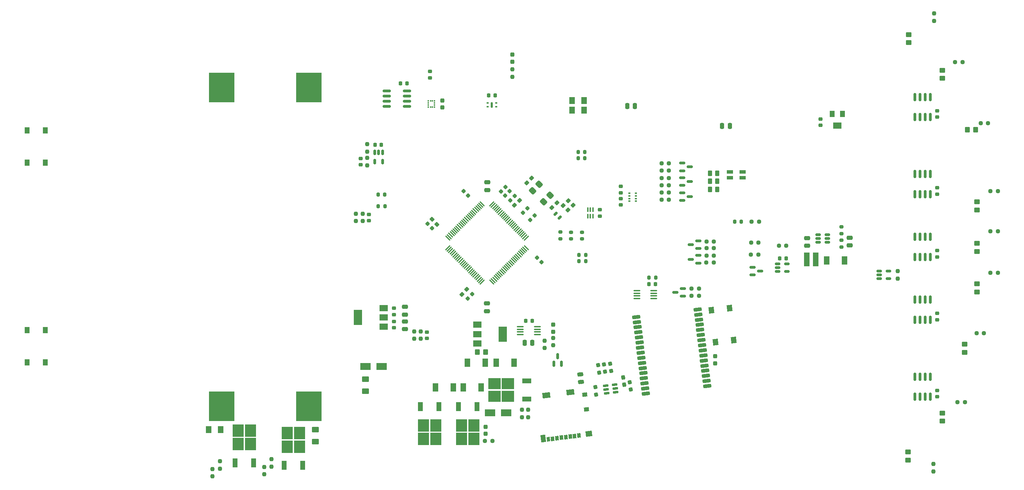
<source format=gbr>
%TF.GenerationSoftware,KiCad,Pcbnew,(6.0.2)*%
%TF.CreationDate,2022-08-16T13:23:33+02:00*%
%TF.ProjectId,BeamRider_MainBoard_v1,4265616d-5269-4646-9572-5f4d61696e42,rev?*%
%TF.SameCoordinates,Original*%
%TF.FileFunction,Paste,Top*%
%TF.FilePolarity,Positive*%
%FSLAX46Y46*%
G04 Gerber Fmt 4.6, Leading zero omitted, Abs format (unit mm)*
G04 Created by KiCad (PCBNEW (6.0.2)) date 2022-08-16 13:23:33*
%MOMM*%
%LPD*%
G01*
G04 APERTURE LIST*
G04 Aperture macros list*
%AMRoundRect*
0 Rectangle with rounded corners*
0 $1 Rounding radius*
0 $2 $3 $4 $5 $6 $7 $8 $9 X,Y pos of 4 corners*
0 Add a 4 corners polygon primitive as box body*
4,1,4,$2,$3,$4,$5,$6,$7,$8,$9,$2,$3,0*
0 Add four circle primitives for the rounded corners*
1,1,$1+$1,$2,$3*
1,1,$1+$1,$4,$5*
1,1,$1+$1,$6,$7*
1,1,$1+$1,$8,$9*
0 Add four rect primitives between the rounded corners*
20,1,$1+$1,$2,$3,$4,$5,0*
20,1,$1+$1,$4,$5,$6,$7,0*
20,1,$1+$1,$6,$7,$8,$9,0*
20,1,$1+$1,$8,$9,$2,$3,0*%
%AMRotRect*
0 Rectangle, with rotation*
0 The origin of the aperture is its center*
0 $1 length*
0 $2 width*
0 $3 Rotation angle, in degrees counterclockwise*
0 Add horizontal line*
21,1,$1,$2,0,0,$3*%
G04 Aperture macros list end*
%ADD10RoundRect,0.237500X-0.250000X-0.237500X0.250000X-0.237500X0.250000X0.237500X-0.250000X0.237500X0*%
%ADD11RoundRect,0.225000X0.017678X-0.335876X0.335876X-0.017678X-0.017678X0.335876X-0.335876X0.017678X0*%
%ADD12RoundRect,0.237500X-0.237500X0.250000X-0.237500X-0.250000X0.237500X-0.250000X0.237500X0.250000X0*%
%ADD13R,2.500000X1.800000*%
%ADD14RoundRect,0.250000X0.475000X-0.250000X0.475000X0.250000X-0.475000X0.250000X-0.475000X-0.250000X0*%
%ADD15R,1.400000X2.100000*%
%ADD16RoundRect,0.250000X0.250000X0.475000X-0.250000X0.475000X-0.250000X-0.475000X0.250000X-0.475000X0*%
%ADD17RoundRect,0.200000X0.200000X0.275000X-0.200000X0.275000X-0.200000X-0.275000X0.200000X-0.275000X0*%
%ADD18RoundRect,0.250000X-0.475000X0.250000X-0.475000X-0.250000X0.475000X-0.250000X0.475000X0.250000X0*%
%ADD19RoundRect,0.150000X0.587500X0.150000X-0.587500X0.150000X-0.587500X-0.150000X0.587500X-0.150000X0*%
%ADD20RoundRect,0.150000X-0.150000X0.825000X-0.150000X-0.825000X0.150000X-0.825000X0.150000X0.825000X0*%
%ADD21RoundRect,0.200000X-0.200000X-0.275000X0.200000X-0.275000X0.200000X0.275000X-0.200000X0.275000X0*%
%ADD22RoundRect,0.237500X-0.237500X0.287500X-0.237500X-0.287500X0.237500X-0.287500X0.237500X0.287500X0*%
%ADD23RoundRect,0.250000X-0.350000X-0.450000X0.350000X-0.450000X0.350000X0.450000X-0.350000X0.450000X0*%
%ADD24R,2.750000X3.050000*%
%ADD25R,1.200000X2.200000*%
%ADD26RoundRect,0.100000X-0.712500X-0.100000X0.712500X-0.100000X0.712500X0.100000X-0.712500X0.100000X0*%
%ADD27RoundRect,0.250000X0.450000X-0.350000X0.450000X0.350000X-0.450000X0.350000X-0.450000X-0.350000X0*%
%ADD28RoundRect,0.237500X0.044194X0.380070X-0.380070X-0.044194X-0.044194X-0.380070X0.380070X0.044194X0*%
%ADD29RoundRect,0.237500X-0.272291X0.268820X-0.199169X-0.326708X0.272291X-0.268820X0.199169X0.326708X0*%
%ADD30RoundRect,0.250001X-0.624999X0.462499X-0.624999X-0.462499X0.624999X-0.462499X0.624999X0.462499X0*%
%ADD31RoundRect,0.087500X0.187500X0.087500X-0.187500X0.087500X-0.187500X-0.087500X0.187500X-0.087500X0*%
%ADD32RoundRect,0.087500X-0.187500X-0.087500X0.187500X-0.087500X0.187500X0.087500X-0.187500X0.087500X0*%
%ADD33RoundRect,0.125000X-0.125000X-0.575000X0.125000X-0.575000X0.125000X0.575000X-0.125000X0.575000X0*%
%ADD34RoundRect,0.225000X0.225000X0.250000X-0.225000X0.250000X-0.225000X-0.250000X0.225000X-0.250000X0*%
%ADD35RoundRect,0.250000X-0.250000X-0.475000X0.250000X-0.475000X0.250000X0.475000X-0.250000X0.475000X0*%
%ADD36RoundRect,0.237500X0.266197X-0.219193X0.205262X0.277081X-0.266197X0.219193X-0.205262X-0.277081X0*%
%ADD37RoundRect,0.250000X-0.450000X0.350000X-0.450000X-0.350000X0.450000X-0.350000X0.450000X0.350000X0*%
%ADD38RoundRect,0.200000X-0.275000X0.200000X-0.275000X-0.200000X0.275000X-0.200000X0.275000X0.200000X0*%
%ADD39RoundRect,0.250000X-0.262500X-0.450000X0.262500X-0.450000X0.262500X0.450000X-0.262500X0.450000X0*%
%ADD40RoundRect,0.237500X-0.237500X0.300000X-0.237500X-0.300000X0.237500X-0.300000X0.237500X0.300000X0*%
%ADD41RoundRect,0.225000X-0.250000X0.225000X-0.250000X-0.225000X0.250000X-0.225000X0.250000X0.225000X0*%
%ADD42RoundRect,0.200000X0.275000X-0.200000X0.275000X0.200000X-0.275000X0.200000X-0.275000X-0.200000X0*%
%ADD43RoundRect,0.250001X0.462499X0.624999X-0.462499X0.624999X-0.462499X-0.624999X0.462499X-0.624999X0*%
%ADD44RoundRect,0.350000X0.565685X-0.070711X-0.070711X0.565685X-0.565685X0.070711X0.070711X-0.565685X0*%
%ADD45RoundRect,0.237500X0.250000X0.237500X-0.250000X0.237500X-0.250000X-0.237500X0.250000X-0.237500X0*%
%ADD46RoundRect,0.237500X0.237500X-0.300000X0.237500X0.300000X-0.237500X0.300000X-0.237500X-0.300000X0*%
%ADD47RoundRect,0.237500X0.237500X-0.250000X0.237500X0.250000X-0.237500X0.250000X-0.237500X-0.250000X0*%
%ADD48RoundRect,0.225000X0.250000X-0.225000X0.250000X0.225000X-0.250000X0.225000X-0.250000X-0.225000X0*%
%ADD49R,1.300000X1.550000*%
%ADD50RoundRect,0.150000X-0.512500X-0.150000X0.512500X-0.150000X0.512500X0.150000X-0.512500X0.150000X0*%
%ADD51RoundRect,0.237500X-0.044194X-0.380070X0.380070X0.044194X0.044194X0.380070X-0.380070X-0.044194X0*%
%ADD52R,1.300000X1.600000*%
%ADD53R,2.000000X1.600000*%
%ADD54RoundRect,0.237500X-0.380070X0.044194X0.044194X-0.380070X0.380070X-0.044194X-0.044194X0.380070X0*%
%ADD55R,2.000000X1.500000*%
%ADD56R,2.000000X3.800000*%
%ADD57RotRect,0.850000X1.100000X187.000000*%
%ADD58RotRect,0.750000X1.100000X187.000000*%
%ADD59RotRect,1.200000X1.000000X187.000000*%
%ADD60RotRect,1.170000X1.800000X187.000000*%
%ADD61RotRect,1.900000X1.350000X187.000000*%
%ADD62RotRect,1.550000X1.350000X187.000000*%
%ADD63R,0.500000X0.350000*%
%ADD64RoundRect,0.225000X-0.335876X-0.017678X-0.017678X-0.335876X0.335876X0.017678X0.017678X0.335876X0*%
%ADD65R,1.350000X3.400000*%
%ADD66RoundRect,0.150000X-0.388909X-0.176777X-0.176777X-0.388909X0.388909X0.176777X0.176777X0.388909X0*%
%ADD67RoundRect,0.225000X-0.225000X-0.250000X0.225000X-0.250000X0.225000X0.250000X-0.225000X0.250000X0*%
%ADD68RoundRect,0.225000X-0.017678X0.335876X-0.335876X0.017678X0.017678X-0.335876X0.335876X-0.017678X0*%
%ADD69RoundRect,0.150000X-0.150000X0.512500X-0.150000X-0.512500X0.150000X-0.512500X0.150000X0.512500X0*%
%ADD70RoundRect,0.225000X0.741803X0.317772X-0.796644X0.128874X-0.741803X-0.317772X0.796644X-0.128874X0*%
%ADD71RoundRect,0.225000X0.335876X0.017678X0.017678X0.335876X-0.335876X-0.017678X-0.017678X-0.335876X0*%
%ADD72R,6.350000X7.340000*%
%ADD73RoundRect,0.150000X-0.490400X-0.211340X0.526960X-0.086424X0.490400X0.211340X-0.526960X0.086424X0*%
%ADD74RoundRect,0.150000X-0.587500X-0.150000X0.587500X-0.150000X0.587500X0.150000X-0.587500X0.150000X0*%
%ADD75RoundRect,0.237500X-0.266197X0.219193X-0.205262X-0.277081X0.266197X-0.219193X0.205262X0.277081X0*%
%ADD76R,0.375000X0.350000*%
%ADD77R,0.350000X0.375000*%
%ADD78RoundRect,0.250001X-0.462499X-0.624999X0.462499X-0.624999X0.462499X0.624999X-0.462499X0.624999X0*%
%ADD79RoundRect,0.150000X0.150000X-0.587500X0.150000X0.587500X-0.150000X0.587500X-0.150000X-0.587500X0*%
%ADD80RoundRect,0.250000X-0.501927X0.190249X-0.440992X-0.306024X0.501927X-0.190249X0.440992X0.306024X0*%
%ADD81RoundRect,0.150000X0.512500X0.150000X-0.512500X0.150000X-0.512500X-0.150000X0.512500X-0.150000X0*%
%ADD82RoundRect,0.075000X0.075000X-0.512500X0.075000X0.512500X-0.075000X0.512500X-0.075000X-0.512500X0*%
%ADD83R,3.050000X2.750000*%
%ADD84R,2.200000X1.200000*%
%ADD85RoundRect,0.075000X0.459619X0.565685X-0.565685X-0.459619X-0.459619X-0.565685X0.565685X0.459619X0*%
%ADD86RoundRect,0.075000X-0.459619X0.565685X-0.565685X0.459619X0.459619X-0.565685X0.565685X-0.459619X0*%
%ADD87RotRect,1.550000X1.300000X97.000000*%
%ADD88RoundRect,0.150000X-0.825000X-0.150000X0.825000X-0.150000X0.825000X0.150000X-0.825000X0.150000X0*%
%ADD89R,1.500000X0.900000*%
G04 APERTURE END LIST*
D10*
%TO.C,R90*%
X252987500Y-36900000D03*
X254812500Y-36900000D03*
%TD*%
D11*
%TO.C,C57*%
X143251992Y-71048008D03*
X144348008Y-69951992D03*
%TD*%
D12*
%TO.C,R20*%
X107910000Y-57145000D03*
X107910000Y-58970000D03*
%TD*%
D13*
%TO.C,D5*%
X107500000Y-112000000D03*
X111500000Y-112000000D03*
%TD*%
D14*
%TO.C,C34*%
X227000000Y-82150000D03*
X227000000Y-80250000D03*
%TD*%
D10*
%TO.C,R96*%
X202587500Y-84400000D03*
X204412500Y-84400000D03*
%TD*%
D12*
%TO.C,R120*%
X143760000Y-38695000D03*
X143760000Y-40520000D03*
%TD*%
D15*
%TO.C,D9*%
X131600000Y-117200000D03*
X136000000Y-117200000D03*
%TD*%
D16*
%TO.C,C64*%
X174000000Y-47700000D03*
X172100000Y-47700000D03*
%TD*%
D17*
%TO.C,R1*%
X179125000Y-90100000D03*
X177475000Y-90100000D03*
%TD*%
D18*
%TO.C,C32*%
X216500000Y-80300000D03*
X216500000Y-82200000D03*
%TD*%
D19*
%TO.C,Q11*%
X189637500Y-86500000D03*
X189637500Y-84600000D03*
X187762500Y-85550000D03*
%TD*%
D15*
%TO.C,D8*%
X137050000Y-111050000D03*
X132650000Y-111050000D03*
%TD*%
D10*
%TO.C,R80*%
X261687500Y-88900000D03*
X263512500Y-88900000D03*
%TD*%
D20*
%TO.C,U19*%
X246905000Y-64525000D03*
X245635000Y-64525000D03*
X244365000Y-64525000D03*
X243095000Y-64525000D03*
X243095000Y-69475000D03*
X244365000Y-69475000D03*
X245635000Y-69475000D03*
X246905000Y-69475000D03*
%TD*%
D21*
%TO.C,R107*%
X159975000Y-59100000D03*
X161625000Y-59100000D03*
%TD*%
D19*
%TO.C,Q10*%
X185837500Y-94650000D03*
X185837500Y-92750000D03*
X183962500Y-93700000D03*
%TD*%
D22*
%TO.C,D6*%
X153800000Y-101675000D03*
X153800000Y-103425000D03*
%TD*%
D20*
%TO.C,U16*%
X246905000Y-80025000D03*
X245635000Y-80025000D03*
X244365000Y-80025000D03*
X243095000Y-80025000D03*
X243095000Y-84975000D03*
X244365000Y-84975000D03*
X245635000Y-84975000D03*
X246905000Y-84975000D03*
%TD*%
D23*
%TO.C,R85*%
X256000000Y-53600000D03*
X258000000Y-53600000D03*
%TD*%
D24*
%TO.C,Q3*%
X121775000Y-126525000D03*
X124825000Y-126525000D03*
X124825000Y-129875000D03*
X121775000Y-129875000D03*
D25*
X125580000Y-121900000D03*
X121020000Y-121900000D03*
%TD*%
D10*
%TO.C,R82*%
X261687500Y-68700000D03*
X263512500Y-68700000D03*
%TD*%
D24*
%TO.C,Q1*%
X91225000Y-128425000D03*
X88175000Y-128425000D03*
X88175000Y-131775000D03*
X91225000Y-131775000D03*
D25*
X87420000Y-136400000D03*
X91980000Y-136400000D03*
%TD*%
D12*
%TO.C,R2*%
X84300000Y-134887500D03*
X84300000Y-136712500D03*
%TD*%
D26*
%TO.C,U13*%
X145687500Y-102175000D03*
X145687500Y-102825000D03*
X145687500Y-103475000D03*
X145687500Y-104125000D03*
X149912500Y-104125000D03*
X149912500Y-103475000D03*
X149912500Y-102825000D03*
X149912500Y-102175000D03*
%TD*%
D20*
%TO.C,U17*%
X246905000Y-95525000D03*
X245635000Y-95525000D03*
X244365000Y-95525000D03*
X243095000Y-95525000D03*
X243095000Y-100475000D03*
X244365000Y-100475000D03*
X245635000Y-100475000D03*
X246905000Y-100475000D03*
%TD*%
D12*
%TO.C,R19*%
X147600000Y-122675000D03*
X147600000Y-124500000D03*
%TD*%
D27*
%TO.C,R89*%
X249800000Y-40900000D03*
X249800000Y-38900000D03*
%TD*%
D28*
%TO.C,C17*%
X148509880Y-65490120D03*
X147290120Y-66709880D03*
%TD*%
D18*
%TO.C,C61*%
X137500000Y-96450000D03*
X137500000Y-98350000D03*
%TD*%
D29*
%TO.C,C12*%
X171094888Y-114743929D03*
X171305112Y-116456071D03*
%TD*%
D30*
%TO.C,F3*%
X107500000Y-115112500D03*
X107500000Y-118087500D03*
%TD*%
D10*
%TO.C,R95*%
X202637500Y-81400000D03*
X204462500Y-81400000D03*
%TD*%
D31*
%TO.C,U24*%
X139725000Y-47950000D03*
X139725000Y-46950000D03*
D32*
X137675000Y-46950000D03*
X137675000Y-47950000D03*
D33*
X138700000Y-47450000D03*
%TD*%
D34*
%TO.C,C36*%
X139475000Y-45100000D03*
X137925000Y-45100000D03*
%TD*%
D17*
%TO.C,R104*%
X200225000Y-76250000D03*
X198575000Y-76250000D03*
%TD*%
D35*
%TO.C,C10*%
X146750000Y-106150000D03*
X148650000Y-106150000D03*
%TD*%
D36*
%TO.C,R25*%
X166606971Y-113289177D03*
X166384559Y-111477781D03*
%TD*%
D37*
%TO.C,R91*%
X241400000Y-133100000D03*
X241400000Y-135100000D03*
%TD*%
D38*
%TO.C,R98*%
X158250000Y-78875000D03*
X158250000Y-80525000D03*
%TD*%
D12*
%TO.C,R4*%
X82500000Y-136787500D03*
X82500000Y-138612500D03*
%TD*%
D39*
%TO.C,R69*%
X192487500Y-68300000D03*
X194312500Y-68300000D03*
%TD*%
D40*
%TO.C,C63*%
X193800000Y-109500000D03*
X193800000Y-111225000D03*
%TD*%
D27*
%TO.C,R77*%
X258400000Y-83600000D03*
X258400000Y-81600000D03*
%TD*%
D41*
%TO.C,C38*%
X170500000Y-67575000D03*
X170500000Y-69125000D03*
%TD*%
D42*
%TO.C,R106*%
X224900000Y-79225000D03*
X224900000Y-77575000D03*
%TD*%
D43*
%TO.C,F4*%
X161437500Y-46400000D03*
X158462500Y-46400000D03*
%TD*%
D11*
%TO.C,C59*%
X148151992Y-75848008D03*
X149248008Y-74751992D03*
%TD*%
D10*
%TO.C,R70*%
X180537500Y-69060000D03*
X182362500Y-69060000D03*
%TD*%
D17*
%TO.C,R101*%
X161825000Y-84450000D03*
X160175000Y-84450000D03*
%TD*%
D10*
%TO.C,R99*%
X209487500Y-82200000D03*
X211312500Y-82200000D03*
%TD*%
D44*
%TO.C,Y1*%
X148743325Y-68669670D03*
X151430331Y-71356676D03*
X153056676Y-69730330D03*
X150369671Y-67043324D03*
%TD*%
D13*
%TO.C,D11*%
X142200000Y-123400000D03*
X138200000Y-123400000D03*
%TD*%
D45*
%TO.C,R62*%
X193462500Y-82800000D03*
X191637500Y-82800000D03*
%TD*%
D46*
%TO.C,C39*%
X126450000Y-48112500D03*
X126450000Y-46387500D03*
%TD*%
D47*
%TO.C,R15*%
X151700000Y-107462500D03*
X151700000Y-105637500D03*
%TD*%
D34*
%TO.C,C9*%
X148625000Y-100750000D03*
X147075000Y-100750000D03*
%TD*%
D47*
%TO.C,R76*%
X238800000Y-90312500D03*
X238800000Y-88487500D03*
%TD*%
D48*
%TO.C,C29*%
X248600000Y-50475000D03*
X248600000Y-48925000D03*
%TD*%
D49*
%TO.C,SW3*%
X28500000Y-103025000D03*
X28500000Y-110975000D03*
X24000000Y-110975000D03*
X24000000Y-103025000D03*
%TD*%
D10*
%TO.C,R66*%
X180537500Y-67270000D03*
X182362500Y-67270000D03*
%TD*%
D27*
%TO.C,R81*%
X258400000Y-73400000D03*
X258400000Y-71400000D03*
%TD*%
D39*
%TO.C,R67*%
X192487500Y-64300000D03*
X194312500Y-64300000D03*
%TD*%
D50*
%TO.C,U21*%
X209212500Y-86650000D03*
X209212500Y-87600000D03*
X209212500Y-88550000D03*
X211487500Y-88550000D03*
X211487500Y-86650000D03*
%TD*%
D21*
%TO.C,R119*%
X110625000Y-69550000D03*
X112275000Y-69550000D03*
%TD*%
D51*
%TO.C,C23*%
X156290120Y-72309880D03*
X157509880Y-71090120D03*
%TD*%
D52*
%TO.C,RV1*%
X225150000Y-49650000D03*
D53*
X223900000Y-52550000D03*
D52*
X222650000Y-49650000D03*
%TD*%
D15*
%TO.C,D10*%
X139750000Y-111050000D03*
X144150000Y-111050000D03*
%TD*%
D51*
%TO.C,C1*%
X144290120Y-72209880D03*
X145509880Y-70990120D03*
%TD*%
D48*
%TO.C,C28*%
X248600000Y-69475000D03*
X248600000Y-67925000D03*
%TD*%
D51*
%TO.C,C22*%
X157490120Y-73409880D03*
X158709880Y-72190120D03*
%TD*%
D45*
%TO.C,R59*%
X193462500Y-81150000D03*
X191637500Y-81150000D03*
%TD*%
D19*
%TO.C,Q12*%
X189637500Y-82900000D03*
X189637500Y-81000000D03*
X187762500Y-81950000D03*
%TD*%
D12*
%TO.C,R17*%
X146100000Y-122675000D03*
X146100000Y-124500000D03*
%TD*%
D54*
%TO.C,C18*%
X123890120Y-75690120D03*
X125109880Y-76909880D03*
%TD*%
D48*
%TO.C,C27*%
X248600000Y-119475000D03*
X248600000Y-117925000D03*
%TD*%
D10*
%TO.C,R86*%
X259287500Y-52000000D03*
X261112500Y-52000000D03*
%TD*%
%TO.C,R78*%
X261687500Y-78600000D03*
X263512500Y-78600000D03*
%TD*%
D55*
%TO.C,U12*%
X111950000Y-102200000D03*
X111950000Y-99900000D03*
X111950000Y-97600000D03*
D56*
X105650000Y-99900000D03*
%TD*%
D48*
%TO.C,C35*%
X165350000Y-74875000D03*
X165350000Y-73325000D03*
%TD*%
D57*
%TO.C,J7*%
X160196044Y-129030972D03*
X159104243Y-129165028D03*
X158012442Y-129299085D03*
X156920641Y-129433141D03*
X155828841Y-129567197D03*
X154737040Y-129701254D03*
X153645239Y-129835310D03*
D58*
X152603066Y-129963273D03*
D59*
X162061906Y-122605688D03*
X161610990Y-118933267D03*
D60*
X151359431Y-129763343D03*
D61*
X152092755Y-119119637D03*
X158018256Y-118392077D03*
D62*
X162622474Y-128607105D03*
%TD*%
D48*
%TO.C,C6*%
X114500000Y-102475000D03*
X114500000Y-100925000D03*
%TD*%
D63*
%TO.C,U25*%
X174250000Y-69275000D03*
X174250000Y-69925000D03*
X174250000Y-70575000D03*
X174250000Y-71225000D03*
X172650000Y-71225000D03*
X172650000Y-70575000D03*
X172650000Y-69925000D03*
X172650000Y-69275000D03*
%TD*%
D64*
%TO.C,C21*%
X149851992Y-85151992D03*
X150948008Y-86248008D03*
%TD*%
D27*
%TO.C,R93*%
X241500000Y-32100000D03*
X241500000Y-30100000D03*
%TD*%
D55*
%TO.C,Q6*%
X135100000Y-101700000D03*
X135100000Y-104000000D03*
D56*
X141400000Y-104000000D03*
D55*
X135100000Y-106300000D03*
%TD*%
D10*
%TO.C,R71*%
X180537500Y-70850000D03*
X182362500Y-70850000D03*
%TD*%
D38*
%TO.C,R100*%
X155600000Y-78825000D03*
X155600000Y-80475000D03*
%TD*%
D17*
%TO.C,R102*%
X161825000Y-86050000D03*
X160175000Y-86050000D03*
%TD*%
D65*
%TO.C,L1*%
X216425000Y-85600000D03*
X218575000Y-85600000D03*
%TD*%
D45*
%TO.C,R58*%
X193462500Y-84650000D03*
X191637500Y-84650000D03*
%TD*%
D24*
%TO.C,Q2*%
X79125000Y-131175000D03*
X79125000Y-127825000D03*
X76075000Y-131175000D03*
X76075000Y-127825000D03*
D25*
X75320000Y-135800000D03*
X79880000Y-135800000D03*
%TD*%
D66*
%TO.C,Y2*%
X155394975Y-75294975D03*
X154405026Y-74305026D03*
%TD*%
D51*
%TO.C,C19*%
X131290120Y-94209880D03*
X132509880Y-92990120D03*
%TD*%
D48*
%TO.C,C37*%
X170500000Y-72125000D03*
X170500000Y-70575000D03*
%TD*%
D67*
%TO.C,C2*%
X116175000Y-42150000D03*
X117725000Y-42150000D03*
%TD*%
D43*
%TO.C,F5*%
X161437500Y-48750000D03*
X158462500Y-48750000D03*
%TD*%
D12*
%TO.C,R5*%
X69700000Y-137287500D03*
X69700000Y-139112500D03*
%TD*%
D14*
%TO.C,C5*%
X117200000Y-102800000D03*
X117200000Y-100900000D03*
%TD*%
D10*
%TO.C,R63*%
X180537500Y-61900000D03*
X182362500Y-61900000D03*
%TD*%
D41*
%TO.C,C11*%
X106360000Y-60682500D03*
X106360000Y-62232500D03*
%TD*%
D27*
%TO.C,R87*%
X249800000Y-125500000D03*
X249800000Y-123500000D03*
%TD*%
D10*
%TO.C,R84*%
X258287500Y-103800000D03*
X260112500Y-103800000D03*
%TD*%
D68*
%TO.C,C53*%
X133848008Y-94151992D03*
X132751992Y-95248008D03*
%TD*%
D39*
%TO.C,R68*%
X192487500Y-66300000D03*
X194312500Y-66300000D03*
%TD*%
D21*
%TO.C,R118*%
X110675000Y-72450000D03*
X112325000Y-72450000D03*
%TD*%
D47*
%TO.C,R94*%
X247800000Y-26712500D03*
X247800000Y-24887500D03*
%TD*%
D41*
%TO.C,C33*%
X123400000Y-39225000D03*
X123400000Y-40775000D03*
%TD*%
D69*
%TO.C,U14*%
X111700000Y-59162500D03*
X110750000Y-59162500D03*
X109800000Y-59162500D03*
X109800000Y-61437500D03*
X111700000Y-61437500D03*
%TD*%
D41*
%TO.C,C14*%
X122650000Y-103525000D03*
X122650000Y-105075000D03*
%TD*%
D23*
%TO.C,R13*%
X135100000Y-108450000D03*
X137100000Y-108450000D03*
%TD*%
D70*
%TO.C,U31*%
X191791846Y-116834557D03*
X191637072Y-115574024D03*
X191482298Y-114313490D03*
X191327524Y-113052956D03*
X191172750Y-111792423D03*
X191017976Y-110531889D03*
X190863202Y-109271356D03*
X190708428Y-108010822D03*
X190553654Y-106750288D03*
X190398879Y-105489755D03*
X190244105Y-104229221D03*
X190089331Y-102968688D03*
X189934557Y-101708154D03*
X189779783Y-100447620D03*
X189625009Y-99187087D03*
X189470235Y-97926553D03*
X174343832Y-99783842D03*
X174498606Y-101044375D03*
X174653380Y-102304909D03*
X174808154Y-103565443D03*
X174962928Y-104825976D03*
X175117702Y-106086510D03*
X175272476Y-107347044D03*
X175427250Y-108607577D03*
X175582024Y-109868111D03*
X175736798Y-111128644D03*
X175891572Y-112389178D03*
X176046346Y-113649712D03*
X176201121Y-114910245D03*
X176355895Y-116170779D03*
X176510669Y-117431312D03*
X176665443Y-118691846D03*
%TD*%
D71*
%TO.C,C54*%
X123948008Y-77848008D03*
X122851992Y-76751992D03*
%TD*%
D72*
%TO.C,BT2*%
X72000000Y-121830000D03*
X72000000Y-43170000D03*
%TD*%
D41*
%TO.C,C7*%
X114500000Y-97625000D03*
X114500000Y-99175000D03*
%TD*%
D49*
%TO.C,SW4*%
X28500000Y-61725000D03*
X28500000Y-53775000D03*
X24000000Y-53775000D03*
X24000000Y-61725000D03*
%TD*%
D48*
%TO.C,C26*%
X248600000Y-100450000D03*
X248600000Y-98900000D03*
%TD*%
D73*
%TO.C,D12*%
X166754470Y-116746976D03*
X166870246Y-117689894D03*
X166986022Y-118632813D03*
X169244064Y-118355560D03*
X169128288Y-117412642D03*
X169012512Y-116469723D03*
%TD*%
D22*
%TO.C,D24*%
X143750000Y-35050000D03*
X143750000Y-36800000D03*
%TD*%
D71*
%TO.C,C55*%
X132848008Y-69848008D03*
X131751992Y-68751992D03*
%TD*%
D74*
%TO.C,Q15*%
X185612500Y-69150000D03*
X185612500Y-71050000D03*
X187487500Y-70100000D03*
%TD*%
%TO.C,Q14*%
X185612500Y-65400000D03*
X185612500Y-67300000D03*
X187487500Y-66350000D03*
%TD*%
D75*
%TO.C,R23*%
X172688794Y-115894302D03*
X172911206Y-117705698D03*
%TD*%
D15*
%TO.C,D23*%
X225700000Y-85800000D03*
X221300000Y-85800000D03*
%TD*%
D76*
%TO.C,U26*%
X123037500Y-46500000D03*
X123037500Y-47000000D03*
X123037500Y-47500000D03*
X123037500Y-48000000D03*
D77*
X123550000Y-48012500D03*
X124050000Y-48012500D03*
D76*
X124562500Y-48000000D03*
X124562500Y-47500000D03*
X124562500Y-47000000D03*
X124562500Y-46500000D03*
D77*
X124050000Y-46487500D03*
X123550000Y-46487500D03*
%TD*%
D51*
%TO.C,C16*%
X153490120Y-72809880D03*
X154709880Y-71590120D03*
%TD*%
D21*
%TO.C,R108*%
X159975000Y-60650000D03*
X161625000Y-60650000D03*
%TD*%
D38*
%TO.C,R97*%
X160950000Y-78875000D03*
X160950000Y-80525000D03*
%TD*%
D78*
%TO.C,F2*%
X68812500Y-127600000D03*
X71787500Y-127600000D03*
%TD*%
D47*
%TO.C,R73*%
X105150000Y-76112500D03*
X105150000Y-74287500D03*
%TD*%
D67*
%TO.C,C13*%
X109885000Y-57270000D03*
X111435000Y-57270000D03*
%TD*%
D12*
%TO.C,R92*%
X247600000Y-136087500D03*
X247600000Y-137912500D03*
%TD*%
D18*
%TO.C,C8*%
X117200000Y-97300000D03*
X117200000Y-99200000D03*
%TD*%
D11*
%TO.C,C56*%
X140951992Y-68848008D03*
X142048008Y-67751992D03*
%TD*%
D26*
%TO.C,U10*%
X174437500Y-93275000D03*
X174437500Y-93925000D03*
X174437500Y-94575000D03*
X174437500Y-95225000D03*
X178662500Y-95225000D03*
X178662500Y-94575000D03*
X178662500Y-93925000D03*
X178662500Y-93275000D03*
%TD*%
D10*
%TO.C,R65*%
X180537500Y-65480000D03*
X182362500Y-65480000D03*
%TD*%
D79*
%TO.C,Q5*%
X153950000Y-111337500D03*
X155850000Y-111337500D03*
X154900000Y-109462500D03*
%TD*%
D48*
%TO.C,C24*%
X219800000Y-52475000D03*
X219800000Y-50925000D03*
%TD*%
D12*
%TO.C,R3*%
X71600000Y-135387500D03*
X71600000Y-137212500D03*
%TD*%
D80*
%TO.C,C62*%
X160484224Y-113957081D03*
X160715776Y-115842919D03*
%TD*%
D48*
%TO.C,C15*%
X108350000Y-76025000D03*
X108350000Y-74475000D03*
%TD*%
D27*
%TO.C,R79*%
X258400000Y-93600000D03*
X258400000Y-91600000D03*
%TD*%
D42*
%TO.C,R105*%
X224900000Y-82525000D03*
X224900000Y-80875000D03*
%TD*%
D12*
%TO.C,R75*%
X106850000Y-74287500D03*
X106850000Y-76112500D03*
%TD*%
D10*
%TO.C,R88*%
X253587500Y-120800000D03*
X255412500Y-120800000D03*
%TD*%
D81*
%TO.C,U22*%
X221437500Y-81350000D03*
X221437500Y-80400000D03*
X221437500Y-79450000D03*
X219162500Y-79450000D03*
X219162500Y-80400000D03*
X219162500Y-81350000D03*
%TD*%
D27*
%TO.C,R83*%
X255300000Y-108500000D03*
X255300000Y-106500000D03*
%TD*%
D30*
%TO.C,F1*%
X95150000Y-127562500D03*
X95150000Y-130537500D03*
%TD*%
D82*
%TO.C,U23*%
X162350000Y-74887500D03*
X163000000Y-74887500D03*
X163650000Y-74887500D03*
X163650000Y-73312500D03*
X163000000Y-73312500D03*
X162350000Y-73312500D03*
%TD*%
D20*
%TO.C,U20*%
X246905000Y-45525000D03*
X245635000Y-45525000D03*
X244365000Y-45525000D03*
X243095000Y-45525000D03*
X243095000Y-50475000D03*
X244365000Y-50475000D03*
X245635000Y-50475000D03*
X246905000Y-50475000D03*
%TD*%
D10*
%TO.C,R64*%
X180537500Y-63690000D03*
X182362500Y-63690000D03*
%TD*%
D36*
%TO.C,R24*%
X168097314Y-113118780D03*
X167874902Y-111307384D03*
%TD*%
D45*
%TO.C,R8*%
X138812500Y-130400000D03*
X136987500Y-130400000D03*
%TD*%
D34*
%TO.C,C30*%
X211275000Y-85350000D03*
X209725000Y-85350000D03*
%TD*%
D12*
%TO.C,R21*%
X107910000Y-60545000D03*
X107910000Y-62370000D03*
%TD*%
D83*
%TO.C,Q9*%
X139325000Y-116275000D03*
X139325000Y-119325000D03*
X142675000Y-116275000D03*
X142675000Y-119325000D03*
D84*
X147300000Y-120080000D03*
X147300000Y-115520000D03*
%TD*%
D74*
%TO.C,Q16*%
X203012500Y-87500000D03*
X203012500Y-89400000D03*
X204887500Y-88450000D03*
%TD*%
D48*
%TO.C,C25*%
X248600000Y-84975000D03*
X248600000Y-83425000D03*
%TD*%
D85*
%TO.C,MCU1*%
X147169685Y-80315596D03*
X146816132Y-79962043D03*
X146462578Y-79608489D03*
X146109025Y-79254936D03*
X145755472Y-78901383D03*
X145401918Y-78547829D03*
X145048365Y-78194276D03*
X144694811Y-77840722D03*
X144341258Y-77487169D03*
X143987705Y-77133616D03*
X143634151Y-76780062D03*
X143280598Y-76426509D03*
X142927045Y-76072955D03*
X142573491Y-75719402D03*
X142219938Y-75365849D03*
X141866384Y-75012295D03*
X141512831Y-74658742D03*
X141159278Y-74305189D03*
X140805724Y-73951635D03*
X140452171Y-73598082D03*
X140098617Y-73244528D03*
X139745064Y-72890975D03*
X139391511Y-72537422D03*
X139037957Y-72183868D03*
X138684404Y-71830315D03*
D86*
X136315596Y-71830315D03*
X135962043Y-72183868D03*
X135608489Y-72537422D03*
X135254936Y-72890975D03*
X134901383Y-73244528D03*
X134547829Y-73598082D03*
X134194276Y-73951635D03*
X133840722Y-74305189D03*
X133487169Y-74658742D03*
X133133616Y-75012295D03*
X132780062Y-75365849D03*
X132426509Y-75719402D03*
X132072955Y-76072955D03*
X131719402Y-76426509D03*
X131365849Y-76780062D03*
X131012295Y-77133616D03*
X130658742Y-77487169D03*
X130305189Y-77840722D03*
X129951635Y-78194276D03*
X129598082Y-78547829D03*
X129244528Y-78901383D03*
X128890975Y-79254936D03*
X128537422Y-79608489D03*
X128183868Y-79962043D03*
X127830315Y-80315596D03*
D85*
X127830315Y-82684404D03*
X128183868Y-83037957D03*
X128537422Y-83391511D03*
X128890975Y-83745064D03*
X129244528Y-84098617D03*
X129598082Y-84452171D03*
X129951635Y-84805724D03*
X130305189Y-85159278D03*
X130658742Y-85512831D03*
X131012295Y-85866384D03*
X131365849Y-86219938D03*
X131719402Y-86573491D03*
X132072955Y-86927045D03*
X132426509Y-87280598D03*
X132780062Y-87634151D03*
X133133616Y-87987705D03*
X133487169Y-88341258D03*
X133840722Y-88694811D03*
X134194276Y-89048365D03*
X134547829Y-89401918D03*
X134901383Y-89755472D03*
X135254936Y-90109025D03*
X135608489Y-90462578D03*
X135962043Y-90816132D03*
X136315596Y-91169685D03*
D86*
X138684404Y-91169685D03*
X139037957Y-90816132D03*
X139391511Y-90462578D03*
X139745064Y-90109025D03*
X140098617Y-89755472D03*
X140452171Y-89401918D03*
X140805724Y-89048365D03*
X141159278Y-88694811D03*
X141512831Y-88341258D03*
X141866384Y-87987705D03*
X142219938Y-87634151D03*
X142573491Y-87280598D03*
X142927045Y-86927045D03*
X143280598Y-86573491D03*
X143634151Y-86219938D03*
X143987705Y-85866384D03*
X144341258Y-85512831D03*
X144694811Y-85159278D03*
X145048365Y-84805724D03*
X145401918Y-84452171D03*
X145755472Y-84098617D03*
X146109025Y-83745064D03*
X146462578Y-83391511D03*
X146816132Y-83037957D03*
X147169685Y-82684404D03*
%TD*%
D45*
%TO.C,R103*%
X204612500Y-76250000D03*
X202787500Y-76250000D03*
%TD*%
%TO.C,R61*%
X193412500Y-86350000D03*
X191587500Y-86350000D03*
%TD*%
D36*
%TO.C,R26*%
X165119676Y-113484388D03*
X164897264Y-111672992D03*
%TD*%
D72*
%TO.C,BT1*%
X93500000Y-121830000D03*
X93500000Y-43170000D03*
%TD*%
D47*
%TO.C,R72*%
X119500000Y-105162500D03*
X119500000Y-103337500D03*
%TD*%
D34*
%TO.C,C3*%
X179025000Y-91650000D03*
X177475000Y-91650000D03*
%TD*%
D35*
%TO.C,C31*%
X195500000Y-52650000D03*
X197400000Y-52650000D03*
%TD*%
D15*
%TO.C,D7*%
X129200000Y-117200000D03*
X124800000Y-117200000D03*
%TD*%
D12*
%TO.C,R74*%
X121100000Y-103337500D03*
X121100000Y-105162500D03*
%TD*%
D20*
%TO.C,U18*%
X246905000Y-114525000D03*
X245635000Y-114525000D03*
X244365000Y-114525000D03*
X243095000Y-114525000D03*
X243095000Y-119475000D03*
X244365000Y-119475000D03*
X245635000Y-119475000D03*
X246905000Y-119475000D03*
%TD*%
D12*
%TO.C,R11*%
X153800000Y-104937500D03*
X153800000Y-106762500D03*
%TD*%
D22*
%TO.C,D4*%
X137100000Y-126875000D03*
X137100000Y-128625000D03*
%TD*%
D87*
%TO.C,SW1*%
X192882341Y-98128835D03*
X193851202Y-106019577D03*
X198317659Y-105471165D03*
X197348798Y-97580423D03*
%TD*%
D75*
%TO.C,R22*%
X164188794Y-117094302D03*
X164411206Y-118905698D03*
%TD*%
D14*
%TO.C,C60*%
X137600000Y-68450000D03*
X137600000Y-66550000D03*
%TD*%
D24*
%TO.C,Q8*%
X131245000Y-129890000D03*
X134295000Y-126540000D03*
X131245000Y-126540000D03*
X134295000Y-129890000D03*
D25*
X135050000Y-121915000D03*
X130490000Y-121915000D03*
%TD*%
D50*
%TO.C,U15*%
X234262500Y-88450000D03*
X234262500Y-89400000D03*
X234262500Y-90350000D03*
X236537500Y-90350000D03*
X236537500Y-88450000D03*
%TD*%
D74*
%TO.C,Q13*%
X185612500Y-61800000D03*
X185612500Y-63700000D03*
X187487500Y-62750000D03*
%TD*%
D45*
%TO.C,R60*%
X189762500Y-94550000D03*
X187937500Y-94550000D03*
%TD*%
D11*
%TO.C,C58*%
X146351992Y-74048008D03*
X147448008Y-72951992D03*
%TD*%
%TO.C,C20*%
X142001992Y-69848008D03*
X143098008Y-68751992D03*
%TD*%
D88*
%TO.C,U11*%
X112775000Y-43995000D03*
X112775000Y-45265000D03*
X112775000Y-46535000D03*
X112775000Y-47805000D03*
X117725000Y-47805000D03*
X117725000Y-46535000D03*
X117725000Y-45265000D03*
X117725000Y-43995000D03*
%TD*%
D89*
%TO.C,D22*%
X197450000Y-64000000D03*
X200550000Y-64000000D03*
X200550000Y-65400000D03*
X197450000Y-65400000D03*
%TD*%
D45*
%TO.C,R57*%
X189762500Y-92800000D03*
X187937500Y-92800000D03*
%TD*%
M02*

</source>
